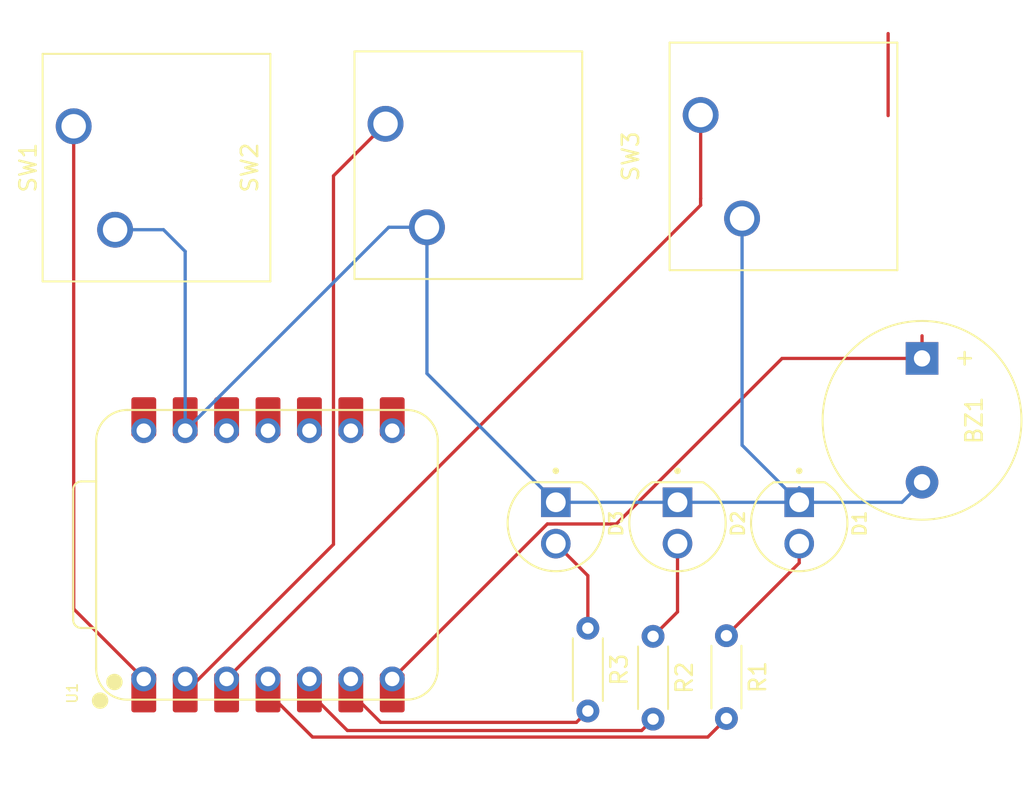
<source format=kicad_pcb>
(kicad_pcb (version 20241229) (generator "pcbnew") (generator_version "9.0")
  (layers (0 "F.Cu" signal) (2 "B.Cu" signal) (13 "F.Paste" user) (15 "B.Paste" user) (5 "F.SilkS" user "F.Silkscreen") (7 "B.SilkS" user "B.Silkscreen") (1 "F.Mask" user) (3 "B.Mask" user) (25 "Edge.Cuts" user))
  (net 0 "")
  (net 1 "GND")
  (net 2 "buzzer")
  (net 3 "Net-(D1-PadA)")
  (net 4 "Net-(D2-PadA)")
  (net 5 "Net-(D3-PadA)")
  (net 6 "LED1")
  (net 7 "LED2")
  (net 8 "LED3")
  (net 9 "button1")
  (net 10 "button2")
  (net 11 "button3")
  (footprint "footprints:LEDRD254W57D500H1070" (layer "F.Cu") (at 128.034894 111 -90)
    (property "Reference" "D3" (at 0.04 -3.708 90) (layer "F.SilkS") (effects (font (size 0.8 0.8))))
    (property "Value" "L08R5000Q1")
    (fp_line (start -2.5 -1.566) (end -2.5 1.566) (stroke (width 0.127)) (layer "F.SilkS"))
    (fp_arc (start -2.5 -1.566) (mid 2.961291 0) (end -2.5 1.566) (stroke (width 0.127)) (layer "F.SilkS"))
    (fp_circle (center -3.2 0) (end -3.1 0) (stroke (width 0.2)) (fill no) (layer "F.SilkS"))
    (pad "A" thru_hole circle (at 1.27 0 270) (size 1.815 1.815) (drill 1.21) (layers "*.Cu" "*.Mask") (net 5 "Net-(D3-PadA)"))
    (pad "C" thru_hole rect (at -1.27 0 270) (size 1.815 1.815) (drill 1.21) (layers "*.Cu" "*.Mask") (net 1 "GND"))
  )
  (footprint "footprints:XIAO-RP2040-DIP" (layer "F.Cu") (at 110.38 112.955 90)
    (property "Reference" "U1" (at -8.5 -12 90) (layer "F.SilkS") (effects (font (size 0.635 0.635) (thickness 0.1016))))
    (property "Value" "XIAO-RP2040-DIP")
    (fp_line (start -3.991272 -11.951) (end 4.004 -11.951) (stroke (width 0.127)) (layer "F.SilkS"))
    (fp_line (start 4.504 -11.451) (end 4.504 -10.541) (stroke (width 0.127)) (layer "F.SilkS"))
    (fp_line (start 6.985 -10.541) (end -6.985 -10.541) (stroke (width 0.1)) (layer "F.SilkS"))
    (fp_line (start 6.985 -10.541) (end -6.985 -10.541) (stroke (width 0.127)) (layer "F.SilkS"))
    (fp_line (start -4.495 -10.541) (end -4.491272 -11.451272) (stroke (width 0.127)) (layer "F.SilkS"))
    (fp_line (start 8.89 8.509) (end 8.89 -8.636) (stroke (width 0.127)) (layer "F.SilkS"))
    (fp_line (start -8.89 8.509) (end -8.89 -8.636) (stroke (width 0.127)) (layer "F.SilkS"))
    (fp_line (start -6.985 10.414) (end 6.985 10.414) (stroke (width 0.127)) (layer "F.SilkS"))
    (fp_arc (start 4.004 -11.951) (mid 4.357553 -11.804553) (end 4.504 -11.451) (stroke (width 0.127)) (layer "F.SilkS"))
    (fp_arc (start -4.491272 -11.451272) (mid -4.344728 -11.80464) (end -3.991272 -11.951) (stroke (width 0.127)) (layer "F.SilkS"))
    (fp_arc (start 6.985 -10.541) (mid 8.332038 -9.983038) (end 8.89 -8.636) (stroke (width 0.127)) (layer "F.SilkS"))
    (fp_arc (start -8.89 -8.636) (mid -8.332038 -9.983038) (end -6.985 -10.541) (stroke (width 0.127)) (layer "F.SilkS"))
    (fp_arc (start 8.89 8.509) (mid 8.332038 9.856038) (end 6.985 10.414) (stroke (width 0.127)) (layer "F.SilkS"))
    (fp_arc (start -6.985 10.414) (mid -8.332038 9.856038) (end -8.89 8.509) (stroke (width 0.127)) (layer "F.SilkS"))
    (fp_circle (center -8.95 -10.3) (end -8.95 -10.554) (stroke (width 0.5)) (fill yes) (layer "F.SilkS"))
    (fp_circle (center -7.807 -9.42) (end -7.807 -9.674) (stroke (width 0.5)) (fill yes) (layer "F.SilkS"))
    (pad "1" smd roundrect (at -8.455 -7.62 270) (size 2.432 1.524) (layers "F.Cu" "F.Mask") (roundrect_rratio 0.1) (net 9 "button1"))
    (pad "1" thru_hole circle (at -7.62 -7.62 270) (size 1.524 1.524) (drill 0.889) (layers "*.Cu" "*.Mask") (net 9 "button1"))
    (pad "2" smd roundrect (at -8.455 -5.08 270) (size 2.432 1.524) (layers "F.Cu" "F.Mask") (roundrect_rratio 0.1) (net 10 "button2"))
    (pad "2" thru_hole circle (at -7.62 -5.08 270) (size 1.524 1.524) (drill 0.889) (layers "*.Cu" "*.Mask") (net 10 "button2"))
    (pad "3" smd roundrect (at -8.455 -2.54 270) (size 2.432 1.524) (layers "F.Cu" "F.Mask") (roundrect_rratio 0.1) (net 11 "button3"))
    (pad "3" thru_hole circle (at -7.62 -2.54 270) (size 1.524 1.524) (drill 0.889) (layers "*.Cu" "*.Mask") (net 11 "button3"))
    (pad "4" smd roundrect (at -8.455 0 270) (size 2.432 1.524) (layers "F.Cu" "F.Mask") (roundrect_rratio 0.1) (net 6 "LED1"))
    (pad "4" thru_hole circle (at -7.62 0 270) (size 1.524 1.524) (drill 0.889) (layers "*.Cu" "*.Mask") (net 6 "LED1"))
    (pad "5" smd roundrect (at -8.455 2.54 270) (size 2.432 1.524) (layers "F.Cu" "F.Mask") (roundrect_rratio 0.1) (net 7 "LED2"))
    (pad "5" thru_hole circle (at -7.62 2.54 270) (size 1.524 1.524) (drill 0.889) (layers "*.Cu" "*.Mask") (net 7 "LED2"))
    (pad "6" smd roundrect (at -8.455 5.08 270) (size 2.432 1.524) (layers "F.Cu" "F.Mask") (roundrect_rratio 0.1) (net 8 "LED3"))
    (pad "6" thru_hole circle (at -7.62 5.08 270) (size 1.524 1.524) (drill 0.889) (layers "*.Cu" "*.Mask") (net 8 "LED3"))
    (pad "7" smd roundrect (at -8.455 7.62 270) (size 2.432 1.524) (layers "F.Cu" "F.Mask") (roundrect_rratio 0.1) (net 2 "buzzer"))
    (pad "7" thru_hole circle (at -7.62 7.62 270) (size 1.524 1.524) (drill 0.889) (layers "*.Cu" "*.Mask") (net 2 "buzzer"))
    (pad "8" thru_hole circle (at 7.62 7.62 90) (size 1.524 1.524) (drill 0.889) (layers "*.Cu" "*.Mask"))
    (pad "8" smd roundrect (at 8.455 7.62 90) (size 2.432 1.524) (layers "F.Cu" "F.Mask") (roundrect_rratio 0.1))
    (pad "9" thru_hole circle (at 7.62 5.08 90) (size 1.524 1.524) (drill 0.889) (layers "*.Cu" "*.Mask"))
    (pad "9" smd roundrect (at 8.455 5.08 90) (size 2.432 1.524) (layers "F.Cu" "F.Mask") (roundrect_rratio 0.1))
    (pad "10" thru_hole circle (at 7.62 2.54 90) (size 1.524 1.524) (drill 0.889) (layers "*.Cu" "*.Mask"))
    (pad "10" smd roundrect (at 8.455 2.54 90) (size 2.432 1.524) (layers "F.Cu" "F.Mask") (roundrect_rratio 0.1))
    (pad "11" thru_hole circle (at 7.62 0 90) (size 1.524 1.524) (drill 0.889) (layers "*.Cu" "*.Mask"))
    (pad "11" smd roundrect (at 8.455 0 90) (size 2.432 1.524) (layers "F.Cu" "F.Mask") (roundrect_rratio 0.1))
    (pad "12" thru_hole circle (at 7.62 -2.54 90) (size 1.524 1.524) (drill 0.889) (layers "*.Cu" "*.Mask"))
    (pad "12" smd roundrect (at 8.455 -2.54 90) (size 2.432 1.524) (layers "F.Cu" "F.Mask") (roundrect_rratio 0.1))
    (pad "13" thru_hole circle (at 7.62 -5.08 90) (size 1.524 1.524) (drill 0.889) (layers "*.Cu" "*.Mask") (net 1 "GND"))
    (pad "13" smd roundrect (at 8.455 -5.08 90) (size 2.432 1.524) (layers "F.Cu" "F.Mask") (roundrect_rratio 0.1) (net 1 "GND"))
    (pad "14" thru_hole circle (at 7.62 -7.62 90) (size 1.524 1.524) (drill 0.889) (layers "*.Cu" "*.Mask"))
    (pad "14" smd roundrect (at 8.455 -7.62 90) (size 2.432 1.524) (layers "F.Cu" "F.Mask") (roundrect_rratio 0.1))
  )
  (footprint "Button_Switch_Keyboard:SW_Cherry_MX_1.00u_PCB" (layer "F.Cu") (at 98.46 86.65 90)
    (property "Reference" "SW1" (at -2.54 -2.794 90) (layer "F.SilkS"))
    (property "Value" "SW_Push")
    (fp_line (start 4.445 -1.905) (end 4.445 12.065) (stroke (width 0.12)) (layer "F.SilkS"))
    (fp_line (start -9.525 -1.905) (end 4.445 -1.905) (stroke (width 0.12)) (layer "F.SilkS"))
    (fp_line (start 4.445 12.065) (end -9.525 12.065) (stroke (width 0.12)) (layer "F.SilkS"))
    (fp_line (start -9.525 12.065) (end -9.525 -1.905) (stroke (width 0.12)) (layer "F.SilkS"))
    (pad "" np_thru_hole circle (at -7.62 5.08 90) (size 1.7 1.7) (drill 1.7) (layers "*.Cu" "*.Mask"))
    (pad "" np_thru_hole circle (at -2.54 5.08 90) (size 4 4) (drill 4) (layers "*.Cu" "*.Mask"))
    (pad "" np_thru_hole circle (at 2.54 5.08 90) (size 1.7 1.7) (drill 1.7) (layers "*.Cu" "*.Mask"))
    (pad "1" thru_hole circle (at 0 0 90) (size 2.2 2.2) (drill 1.5) (layers "*.Cu" "*.Mask") (net 9 "button1"))
    (pad "2" thru_hole circle (at -6.35 2.54 90) (size 2.2 2.2) (drill 1.5) (layers "*.Cu" "*.Mask") (net 1 "GND"))
  )
  (footprint "Buzzer_Beeper:Buzzer_12x9.5RM7.6" (layer "F.Cu") (at 150.5 100.9 -90)
    (property "Reference" "BZ1" (at 3.8 -3.2 90) (layer "F.SilkS"))
    (property "Value" "Buzzer")
    (fp_circle (center 3.8 0) (end 9.9 0) (stroke (width 0.12)) (fill no) (layer "F.SilkS"))
    (fp_text user "+" (at -0.01 -2.54 90) (layer "F.SilkS"))
    (pad "1" thru_hole rect (at 0 0 270) (size 2 2) (drill 1) (layers "*.Cu" "*.Mask") (net 2 "buzzer"))
    (pad "2" thru_hole circle (at 7.6 0 270) (size 2 2) (drill 1) (layers "*.Cu" "*.Mask") (net 1 "GND"))
  )
  (footprint "footprints:LEDRD254W57D500H1070" (layer "F.Cu") (at 135.5 111 -90)
    (property "Reference" "D2" (at 0.04 -3.708 90) (layer "F.SilkS") (effects (font (size 0.8 0.8))))
    (property "Value" "L08R5000Q1")
    (fp_line (start -2.5 -1.566) (end -2.5 1.566) (stroke (width 0.127)) (layer "F.SilkS"))
    (fp_arc (start -2.5 -1.566) (mid 2.961291 0) (end -2.5 1.566) (stroke (width 0.127)) (layer "F.SilkS"))
    (fp_circle (center -3.2 0) (end -3.1 0) (stroke (width 0.2)) (fill no) (layer "F.SilkS"))
    (pad "A" thru_hole circle (at 1.27 0 270) (size 1.815 1.815) (drill 1.21) (layers "*.Cu" "*.Mask") (net 4 "Net-(D2-PadA)"))
    (pad "C" thru_hole rect (at -1.27 0 270) (size 1.815 1.815) (drill 1.21) (layers "*.Cu" "*.Mask") (net 1 "GND"))
  )
  (footprint "Resistor_THT:R_Axial_DIN0204_L3.6mm_D1.6mm_P5.08mm_Horizontal" (layer "F.Cu") (at 134 117.96 -90)
    (property "Reference" "R2" (at 2.54 -1.92 90) (layer "F.SilkS"))
    (property "Value" "R")
    (fp_line (start 0.62 0.92) (end 4.46 0.92) (stroke (width 0.12)) (layer "F.SilkS"))
    (fp_line (start 0.62 -0.92) (end 4.46 -0.92) (stroke (width 0.12)) (layer "F.SilkS"))
    (pad "1" thru_hole circle (at 0 0 270) (size 1.4 1.4) (drill 0.7) (layers "*.Cu" "*.Mask") (net 4 "Net-(D2-PadA)"))
    (pad "2" thru_hole circle (at 5.08 0 270) (size 1.4 1.4) (drill 0.7) (layers "*.Cu" "*.Mask") (net 7 "LED2"))
  )
  (footprint "footprints:LEDRD254W57D500H1070" (layer "F.Cu") (at 142.965106 111 -90)
    (property "Reference" "D1" (at 0.04 -3.708 90) (layer "F.SilkS") (effects (font (size 0.8 0.8))))
    (property "Value" "L08R5000Q1")
    (fp_line (start -2.5 -1.566) (end -2.5 1.566) (stroke (width 0.127)) (layer "F.SilkS"))
    (fp_arc (start -2.5 -1.566) (mid 2.961291 0) (end -2.5 1.566) (stroke (width 0.127)) (layer "F.SilkS"))
    (fp_circle (center -3.2 0) (end -3.1 0) (stroke (width 0.2)) (fill no) (layer "F.SilkS"))
    (pad "A" thru_hole circle (at 1.27 0 270) (size 1.815 1.815) (drill 1.21) (layers "*.Cu" "*.Mask") (net 3 "Net-(D1-PadA)"))
    (pad "C" thru_hole rect (at -1.27 0 270) (size 1.815 1.815) (drill 1.21) (layers "*.Cu" "*.Mask") (net 1 "GND"))
  )
  (footprint "Button_Switch_Keyboard:SW_Cherry_MX_1.00u_PCB" (layer "F.Cu") (at 136.92 85.96 90)
    (property "Reference" "SW3" (at -2.54 -4.294 90) (layer "F.SilkS"))
    (property "Value" "SW_Push")
    (fp_line (start 4.445 -1.905) (end 4.445 12.065) (stroke (width 0.12)) (layer "F.SilkS"))
    (fp_line (start -9.525 -1.905) (end 4.445 -1.905) (stroke (width 0.12)) (layer "F.SilkS"))
    (fp_line (start 4.445 12.065) (end -9.525 12.065) (stroke (width 0.12)) (layer "F.SilkS"))
    (fp_line (start -9.525 12.065) (end -9.525 -1.905) (stroke (width 0.12)) (layer "F.SilkS"))
    (pad "" np_thru_hole circle (at -7.62 5.08 90) (size 1.7 1.7) (drill 1.7) (layers "*.Cu" "*.Mask"))
    (pad "" np_thru_hole circle (at -2.54 5.08 90) (size 4 4) (drill 4) (layers "*.Cu" "*.Mask"))
    (pad "" np_thru_hole circle (at 2.54 5.08 90) (size 1.7 1.7) (drill 1.7) (layers "*.Cu" "*.Mask"))
    (pad "1" thru_hole circle (at 0 0 90) (size 2.2 2.2) (drill 1.5) (layers "*.Cu" "*.Mask") (net 11 "button3"))
    (pad "2" thru_hole circle (at -6.35 2.54 90) (size 2.2 2.2) (drill 1.5) (layers "*.Cu" "*.Mask") (net 1 "GND"))
  )
  (footprint "Resistor_THT:R_Axial_DIN0204_L3.6mm_D1.6mm_P5.08mm_Horizontal" (layer "F.Cu") (at 130 117.46 -90)
    (property "Reference" "R3" (at 2.54 -1.92 90) (layer "F.SilkS"))
    (property "Value" "R")
    (fp_line (start 0.62 0.92) (end 4.46 0.92) (stroke (width 0.12)) (layer "F.SilkS"))
    (fp_line (start 0.62 -0.92) (end 4.46 -0.92) (stroke (width 0.12)) (layer "F.SilkS"))
    (pad "1" thru_hole circle (at 0 0 270) (size 1.4 1.4) (drill 0.7) (layers "*.Cu" "*.Mask") (net 5 "Net-(D3-PadA)"))
    (pad "2" thru_hole circle (at 5.08 0 270) (size 1.4 1.4) (drill 0.7) (layers "*.Cu" "*.Mask") (net 8 "LED3"))
  )
  (footprint "Resistor_THT:R_Axial_DIN0204_L3.6mm_D1.6mm_P5.08mm_Horizontal" (layer "F.Cu") (at 138.5 117.92 -90)
    (property "Reference" "R1" (at 2.54 -1.92 90) (layer "F.SilkS"))
    (property "Value" "R")
    (fp_line (start 0.62 0.92) (end 4.46 0.92) (stroke (width 0.12)) (layer "F.SilkS"))
    (fp_line (start 0.62 -0.92) (end 4.46 -0.92) (stroke (width 0.12)) (layer "F.SilkS"))
    (pad "1" thru_hole circle (at 0 0 270) (size 1.4 1.4) (drill 0.7) (layers "*.Cu" "*.Mask") (net 3 "Net-(D1-PadA)"))
    (pad "2" thru_hole circle (at 5.08 0 270) (size 1.4 1.4) (drill 0.7) (layers "*.Cu" "*.Mask") (net 6 "LED1"))
  )
  (footprint "Button_Switch_Keyboard:SW_Cherry_MX_1.00u_PCB" (layer "F.Cu") (at 117.59 86.5 90)
    (property "Reference" "SW2" (at -2.69 -8.334 90) (layer "F.SilkS"))
    (property "Value" "SW_Push")
    (fp_line (start 4.445 -1.905) (end 4.445 12.065) (stroke (width 0.12)) (layer "F.SilkS"))
    (fp_line (start -9.525 -1.905) (end 4.445 -1.905) (stroke (width 0.12)) (layer "F.SilkS"))
    (fp_line (start 4.445 12.065) (end -9.525 12.065) (stroke (width 0.12)) (layer "F.SilkS"))
    (fp_line (start -9.525 12.065) (end -9.525 -1.905) (stroke (width 0.12)) (layer "F.SilkS"))
    (pad "" np_thru_hole circle (at -7.62 5.08 90) (size 1.7 1.7) (drill 1.7) (layers "*.Cu" "*.Mask"))
    (pad "" np_thru_hole circle (at -2.54 5.08 90) (size 4 4) (drill 4) (layers "*.Cu" "*.Mask"))
    (pad "" np_thru_hole circle (at 2.54 5.08 90) (size 1.7 1.7) (drill 1.7) (layers "*.Cu" "*.Mask"))
    (pad "1" thru_hole circle (at 0 0 90) (size 2.2 2.2) (drill 1.5) (layers "*.Cu" "*.Mask") (net 10 "button2"))
    (pad "2" thru_hole circle (at -6.35 2.54 90) (size 2.2 2.2) (drill 1.5) (layers "*.Cu" "*.Mask") (net 1 "GND"))
  )
  (segment (start 142.845106 109.61) (end 142.965106 109.73) (width 0.2) (layer "F.Cu") (net 1))
  (segment (start 105.3 94.33153) (end 105.3 105.335) (width 0.2) (layer "B.Cu") (net 1))
  (segment (start 120.13 92.85) (end 120.13 101.825106) (width 0.2) (layer "B.Cu") (net 1))
  (segment (start 142.965106 108.834894) (end 142.965106 109.73) (width 0.2) (layer "B.Cu") (net 1))
  (segment (start 142.965106 109.73) (end 139.46 106.224894) (width 0.2) (layer "B.Cu") (net 1))
  (segment (start 142.965106 109.73) (end 135.5 109.73) (width 0.2) (layer "B.Cu") (net 1))
  (segment (start 101 93) (end 103.96847 93) (width 0.2) (layer "B.Cu") (net 1))
  (segment (start 103.96847 93) (end 105.3 94.33153) (width 0.2) (layer "B.Cu") (net 1))
  (segment (start 128.034894 109.73) (end 135.5 109.73) (width 0.2) (layer "B.Cu") (net 1))
  (segment (start 117.785 92.85) (end 105.3 105.335) (width 0.2) (layer "B.Cu") (net 1))
  (segment (start 150.5 108.5) (end 149.27 109.73) (width 0.2) (layer "B.Cu") (net 1))
  (segment (start 149.27 109.73) (end 142.965106 109.73) (width 0.2) (layer "B.Cu") (net 1))
  (segment (start 139.46 106.224894) (end 139.46 92.81) (width 0.2) (layer "B.Cu") (net 1))
  (segment (start 120.13 92.85) (end 117.785 92.85) (width 0.2) (layer "B.Cu") (net 1))
  (segment (start 120.13 101.825106) (end 128.034894 109.73) (width 0.2) (layer "B.Cu") (net 1))
  (segment (start 150.5 100.9) (end 141.913 100.9) (width 0.2) (layer "F.Cu") (net 2))
  (segment (start 118 120.575) (end 127.5135 111.0615) (width 0.2) (layer "F.Cu") (net 2))
  (segment (start 141.913 100.9) (end 131.7515 111.0615) (width 0.2) (layer "F.Cu") (net 2))
  (segment (start 150.5 99.513) (end 150.5 100.9) (width 0.2) (layer "F.Cu") (net 2))
  (segment (start 127.5135 111.0615) (end 131.7515 111.0615) (width 0.2) (layer "F.Cu") (net 2))
  (segment (start 138.5 117.92) (end 142.965106 113.454894) (width 0.2) (layer "F.Cu") (net 3))
  (segment (start 142.965106 113.454894) (end 142.965106 112.27) (width 0.2) (layer "F.Cu") (net 3))
  (segment (start 134 117.96) (end 135.5 116.46) (width 0.2) (layer "F.Cu") (net 4))
  (segment (start 135.5 116.46) (end 135.5 112.27) (width 0.2) (layer "F.Cu") (net 4))
  (segment (start 130 117.46) (end 130 114.235106) (width 0.2) (layer "F.Cu") (net 5))
  (segment (start 130 114.235106) (end 128.034894 112.27) (width 0.2) (layer "F.Cu") (net 5))
  (segment (start 137.359 124.141) (end 113.111 124.141) (width 0.2) (layer "F.Cu") (net 6))
  (segment (start 113.111 124.141) (end 110.38 121.41) (width 0.2) (layer "F.Cu") (net 6))
  (segment (start 138.5 123) (end 137.359 124.141) (width 0.2) (layer "F.Cu") (net 6))
  (segment (start 134 123.04) (end 133.3 123.74) (width 0.2) (layer "F.Cu") (net 7))
  (segment (start 134 123.04) (end 133.84 122.88) (width 0.2) (layer "F.Cu") (net 7))
  (segment (start 115.25 123.74) (end 112.92 121.41) (width 0.2) (layer "F.Cu") (net 7))
  (segment (start 133.3 123.74) (end 115.25 123.74) (width 0.2) (layer "F.Cu") (net 7))
  (segment (start 117.29 123.24) (end 115.46 121.41) (width 0.2) (layer "F.Cu") (net 8))
  (segment (start 130 122.54) (end 129.3 123.24) (width 0.2) (layer "F.Cu") (net 8))
  (segment (start 129.3 123.24) (end 117.29 123.24) (width 0.2) (layer "F.Cu") (net 8))
  (segment (start 98.46 116.275) (end 98.46 86.65) (width 0.2) (layer "F.Cu") (net 9))
  (segment (start 102.76 120.575) (end 98.46 116.275) (width 0.2) (layer "F.Cu") (net 9))
  (segment (start 105.3 121.41) (end 114.397 112.313) (width 0.2) (layer "F.Cu") (net 10))
  (segment (start 114.397 89.693) (end 117.59 86.5) (width 0.2) (layer "F.Cu") (net 10))
  (segment (start 114.397 112.313) (end 114.397 89.693) (width 0.2) (layer "F.Cu") (net 10))
  (segment (start 136.92 91.08) (end 136.92 85.96) (width 0.2) (layer "F.Cu") (net 11))
  (segment (start 107.84 120.575) (end 136.915 91.5) (width 0.2) (layer "F.Cu") (net 11))
  (segment (start 136.915 91.085) (end 136.92 91.08) (width 0.2) (layer "F.Cu") (net 11))
  (segment (start 136.915 91.5) (end 136.915 91.085) (width 0.2) (layer "F.Cu") (net 11))
  (segment (start 148.42 85.995) (end 148.42 80.96) (width 0.2) (layer "F.Cu") (net 11))
  (segment (start 136.915 91.5) (end 136.92 91.495) (width 0.2) (layer "F.Cu") (net 11))
)
</source>
